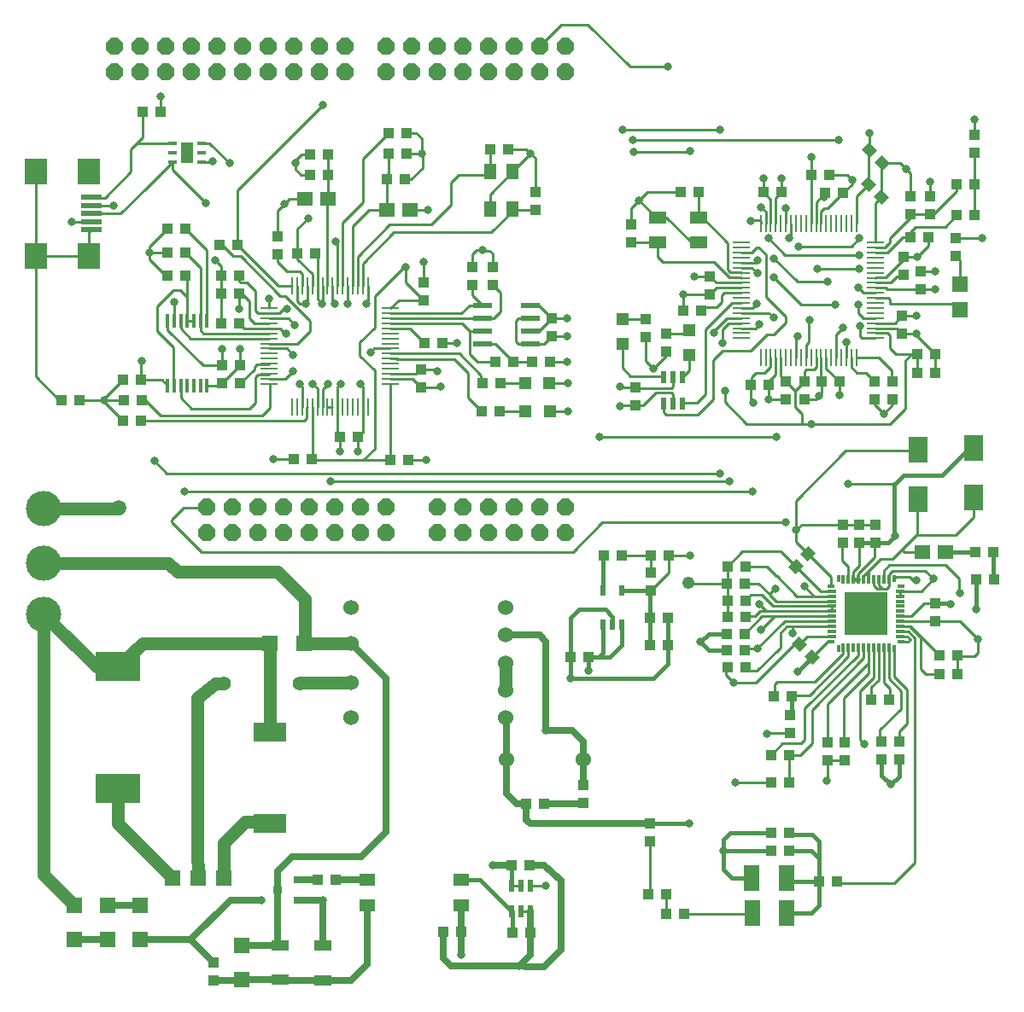
<source format=gbr>
%FSLAX23Y23*%
%MOIN*%
G04 EasyPC Gerber Version 17.0 Build 3379 *
%AMT99*0 Octagon Pad at angle 0*4,1,8,-0.01367,-0.03300,0.01367,-0.03300,0.03300,-0.01367,0.03300,0.01367,0.01367,0.03300,-0.01367,0.03300,-0.03300,0.01367,-0.03300,-0.01367,-0.01367,-0.03300,0*%
%ADD99T99*%
%ADD26R,0.00984X0.06693*%
%ADD70R,0.01100X0.06500*%
%ADD85R,0.01200X0.02600*%
%ADD86R,0.01200X0.03200*%
%ADD76R,0.01457X0.05650*%
%ADD97R,0.02165X0.03937*%
%ADD22R,0.02200X0.05000*%
%ADD20R,0.03937X0.04291*%
%ADD77R,0.04724X0.05118*%
%ADD78R,0.04921X0.06299*%
%ADD74R,0.05100X0.07900*%
%ADD81R,0.06300X0.10200*%
%ADD82R,0.07205X0.10236*%
%ADD72R,0.08661X0.09843*%
%ADD21R,0.06000X0.06000*%
%ADD94R,0.06300X0.06300*%
%ADD87R,0.16500X0.16500*%
%ADD15C,0.01000*%
%ADD27R,0.06693X0.00984*%
%ADD19R,0.06500X0.01100*%
%AMT71*0 Rectangle Pad at angle 45*21,1,0.03937,0.04291,0,0,45*%
%ADD71T71*%
%ADD83R,0.02600X0.01200*%
%ADD84R,0.03200X0.01200*%
%ADD73R,0.03400X0.01600*%
%ADD29R,0.07874X0.01969*%
%ADD75R,0.07800X0.02200*%
%ADD93R,0.03543X0.03150*%
%ADD24R,0.04291X0.03937*%
%ADD79R,0.06693X0.03937*%
%ADD23R,0.05118X0.04724*%
%ADD80R,0.06299X0.04724*%
%ADD25R,0.07087X0.04724*%
%ADD28R,0.06000X0.05500*%
%ADD102C,0.01500*%
%ADD101C,0.02500*%
%ADD103C,0.03150*%
%ADD100C,0.03200*%
%ADD104C,0.04800*%
%ADD105C,0.05000*%
%ADD90C,0.05512*%
%ADD98C,0.05906*%
%ADD88C,0.06000*%
%ADD89C,0.06000*%
%ADD91R,0.12992X0.07480*%
%ADD92R,0.17323X0.11811*%
%ADD95C,0.13780*%
%AMT96*0 Rectangle Pad at angle 135*21,1,0.03937,0.04291,0,0,135*%
%ADD96T96*%
X0Y0D02*
D02*
D15*
X433Y3076D02*
X642D01*
X433Y3407D02*
Y3076D01*
X535Y2514D02*
X524D01*
X433Y2605*
Y2955*
X433Y2955*
Y3076*
X605Y2514D02*
X702D01*
X702Y2514*
X642Y3076D02*
Y3169D01*
X651Y3179*
Y3210D02*
X576D01*
X575Y3209*
X651Y3242D02*
X766D01*
X869Y3344*
Y3344*
X968Y3443*
X651Y3273D02*
X738D01*
X739Y3274*
X651Y3305D02*
Y3304D01*
X703*
X804Y3405*
Y3494*
X775Y2592D02*
X702Y2519D01*
Y2514*
X776Y2434D02*
X702Y2508D01*
Y2514*
X777Y2514D02*
X702D01*
X702Y2514*
X804Y3494D02*
X804D01*
X850Y3539*
X845Y2592D02*
Y2662D01*
X849Y2665*
X845Y2592D02*
X927D01*
X949Y2570*
X846Y2434D02*
X1012D01*
X1012Y2434*
X1482*
X1492Y2444*
Y2487*
X1494Y2488*
X847Y2514D02*
X862D01*
X922Y2454*
X1012*
X1012Y2454*
X1317*
X1347Y2484*
Y2576*
X1346Y2577*
X850Y3639D02*
Y3539D01*
X920Y3639D02*
Y3701D01*
X920Y3701*
X947Y2999D02*
X942D01*
X877Y3064*
Y3089*
X947D02*
X877D01*
X947Y3184D02*
X877Y3114D01*
Y3089*
X949Y2824D02*
Y2788D01*
X1087Y2649*
X1162*
X968Y3443D02*
Y3412D01*
X1098Y3282*
X968Y3517D02*
X827D01*
X804Y3494*
X974Y2896D02*
Y2825D01*
X974Y2824*
X1000Y2570D02*
Y2522D01*
X1042Y2479*
X1267*
X1292Y2504*
Y2604*
X1302Y2614*
X1344*
X1346Y2616*
X1000Y2824D02*
Y2792D01*
X1037Y2754*
X1346*
X1346Y2754*
X1013Y2157D02*
X3232D01*
X1025Y2824D02*
Y2916D01*
X997Y2944*
X972*
X907Y2879*
Y2784*
X972Y2719*
Y2572*
X974Y2570*
X1025Y2824D02*
Y2991D01*
X1017Y2999*
X1051Y2824D02*
X1025D01*
X1077D02*
Y2785D01*
X1087Y2774*
X1340*
X1341Y2774*
X1346*
X1077Y2824D02*
Y3030D01*
X1017Y3089*
X1082Y3443D02*
X1122D01*
X1124Y3445*
X1082Y3517D02*
X1112D01*
X1191Y3439*
X1102Y2570D02*
X1153D01*
X1162Y2579*
X1102Y2824D02*
Y3099D01*
X1017Y3184*
X1133Y3061D02*
X1157Y3037D01*
Y2999*
Y2929D02*
Y2814D01*
Y2929D02*
Y2999D01*
X1162Y2579D02*
X1232Y2649D01*
X1162D02*
Y2714D01*
X1222Y3119D02*
Y3332D01*
X1556Y3666*
X1227Y2869D02*
Y2929D01*
X1237*
X1267Y2899*
Y2834*
X1287Y2814*
X1345*
X1346Y2813*
X1227Y2999D02*
Y2979D01*
X1232Y2974*
X1257*
X1292Y2939*
Y2862*
X1302Y2852*
X1344*
X1344Y2852*
X1346*
X1232Y2579D02*
X1287Y2634D01*
Y2644*
X1297Y2654*
X1345*
X1346Y2656*
X1232Y2714D02*
Y2649D01*
X1346Y2597D02*
X1407D01*
X1439Y2628*
X1346Y2715D02*
X1415D01*
X1439Y2691*
X1346Y2734D02*
X1380D01*
X1380Y2734*
X1455*
X1504Y2783*
Y2824*
X1407Y2921*
X1387*
X1233Y3075*
X1206*
X1161Y3119*
X1152*
X1346Y2793D02*
X1248D01*
X1227Y2814*
X1346Y2793D02*
X1373D01*
X1374Y2794*
X1388*
X1409Y2773*
X1412*
X1346Y2833D02*
X1421D01*
X1446Y2807*
X1346Y2852D02*
X1384D01*
X1398Y2866*
X1408*
X1413Y2871*
X1346Y2872D02*
Y2909D01*
X1345Y2910*
X1362Y2283D02*
X1440D01*
X1379Y3083D02*
Y3053D01*
X1415Y3017*
X1463*
X1474Y3006*
Y2961*
X1474Y2961*
X1379Y3153D02*
Y3254D01*
X1405Y3280*
X1435Y2961D02*
X1381D01*
X1222Y3119*
X1454Y2961D02*
Y2900D01*
X1464Y2891*
X1489*
X1456Y3087D02*
Y3182D01*
X1498Y3223*
X1474Y2488D02*
Y2568D01*
X1464Y2578*
X1484Y3299D02*
X1424D01*
X1405Y3280*
X1494Y2961D02*
Y2896D01*
X1489Y2891*
X1504Y3394D02*
X1469D01*
X1448Y3415*
Y3439*
X1504Y3474D02*
X1470D01*
X1448Y3451*
Y3439*
X1510Y2283D02*
X1513D01*
Y2280*
X1562*
X1562Y2279*
X1712*
X1737Y2304*
X1737*
X1712Y2280*
X1510Y2283D02*
X1514D01*
Y2484*
X1513Y2485*
Y2488*
X1513Y2961D02*
Y3006D01*
X1456Y3063*
Y3087*
X1533Y2488D02*
Y2559D01*
X1514Y2578*
X1533Y2961D02*
Y3080D01*
X1526Y3087*
X1533Y2961D02*
Y2909D01*
X1551Y2891*
X1553Y2488D02*
Y2555D01*
X1576Y2578*
X1553Y2961D02*
Y2892D01*
X1551Y2891*
X1572Y2488D02*
X1592D01*
X1572Y2961D02*
Y3298D01*
X1574Y3299*
Y3394D02*
Y3299D01*
Y3474D02*
Y3394D01*
X1583Y2196D02*
X3140D01*
X1592Y2961D02*
Y2900D01*
X1601Y2891*
X1612Y2488D02*
Y2516D01*
X1612Y2517*
Y2565*
X1626Y2578*
X1612Y2488D02*
Y2380D01*
X1622Y2369*
X1612Y2961D02*
Y3124D01*
X1604Y3132*
X1622Y2369D02*
Y2314D01*
X1631Y2961D02*
Y3205D01*
X1712Y3286*
Y3458*
X1812Y3558*
X1651Y2961D02*
X1651Y2896D01*
Y2891*
X1651Y2891*
X1690Y2961D02*
Y3074D01*
X1816Y3199*
X1979*
X2056Y3275*
Y3362*
X2085Y3392*
X2193*
X2207Y3405*
X1692Y2369D02*
Y2314D01*
X1710Y2488D02*
Y2387D01*
X1692Y2369*
X1710Y2488D02*
Y2568D01*
X1701Y2578*
X1710Y2961D02*
X1710D01*
Y3048*
X1831Y3170*
X2212*
X2213Y3169*
X2212*
X2299Y3253*
X2293*
Y3259*
X1712Y2280D02*
X1757Y2324D01*
Y2629*
X1699Y2688*
Y2739*
X1757Y2798*
Y2919*
X1872Y3034*
X1877*
X1730Y2961D02*
Y2894D01*
X1726Y2891*
X1805Y3375D02*
X1805Y3290D01*
X1806Y3289*
Y3257*
X1736*
X1671Y3192*
Y2962*
X1671Y2961*
Y2961*
X1812Y3478D02*
X1812Y3398D01*
X1805*
Y3375*
X1818Y2281D02*
X1813D01*
Y2280*
X1712*
X1818Y2281D02*
Y2542D01*
X1818Y2542*
Y2577*
Y2596D02*
X1905D01*
X1937Y2564*
X1818Y2616D02*
X1919D01*
X1937Y2634*
X1818Y2675D02*
X1841D01*
X1842Y2674*
X2067*
X2122Y2619*
Y2524*
X2175Y2471*
X1818Y2695D02*
X2087D01*
X2172Y2609*
Y2584*
X2177Y2579*
X1818Y2715D02*
X1755D01*
X1740Y2699*
X1818Y2793D02*
X1895D01*
X1951Y2738*
X1818Y2813D02*
X2099D01*
X2127Y2784*
X1818Y2833D02*
X2177D01*
X2179Y2834*
X1818Y2852D02*
X2095D01*
X2127Y2884*
X2179*
X1875Y3375D02*
X1899D01*
X1943Y3420*
Y3476*
X1942Y3477*
X1877Y3034D02*
Y2974D01*
X1947Y2904*
X1882Y3478D02*
X1882Y3477D01*
X1942*
X1942Y3477*
X1882Y3558D02*
X1919D01*
X1941Y3536*
Y3478*
X1942Y3477*
X1888Y2281D02*
X1957D01*
X1937Y2564D02*
X2012D01*
X2014Y2566*
X1937Y2634D02*
X1995D01*
X2001Y2628*
X1947Y2904D02*
X1851D01*
X1818Y2872*
X1947Y3054D02*
Y2974D01*
X1966Y3257D02*
X1896D01*
X2021Y2738D02*
X2048D01*
Y2736*
X2077*
X2127Y2784D02*
Y2694D01*
X2157Y2664*
X2227*
X2127Y2784D02*
X2179D01*
X2137Y3034D02*
Y3084D01*
X2153Y3100*
X2177*
X2177Y3099*
X2179Y2734D02*
X2227D01*
X2297Y2664*
X2179Y2834D02*
X2222D01*
X2247Y2859*
Y2934*
X2217Y2964*
X2179Y2884D02*
X2177D01*
X2137Y2924*
Y2964*
X2207Y3259D02*
Y3318D01*
X2293Y3405*
X2207Y3493D02*
Y3418D01*
X2207Y3405*
X2217Y3034D02*
Y3085D01*
X2204Y3098*
X2178*
X2177Y3099*
X2245Y2471D02*
X2345D01*
X2247Y2579D02*
X2345D01*
X2277Y3493D02*
X2349D01*
X2365Y3477*
X2293Y3405D02*
X2298D01*
X2305Y3412*
Y3417*
X2365Y3477*
X2297Y2664D02*
X2372D01*
X2329Y618D02*
X2292D01*
X2365Y2734D02*
X2417D01*
X2447Y2764*
X2365Y2784D02*
X2397D01*
X2447Y2834*
X2365D02*
X2317D01*
X2307Y2824*
Y2744*
X2317Y2734*
X2365*
Y2884D02*
X2397D01*
X2447Y2834*
X2366Y516D02*
X2329D01*
X2383Y3257D02*
X2295D01*
X2293Y3259*
X2383Y3327D02*
Y3459D01*
X2365Y3477*
X2424Y617D02*
X2367D01*
X2366Y618*
X2439Y2579D02*
X2512D01*
X2440Y2471D02*
X2512D01*
X2442Y2664D02*
X2507D01*
X2447Y2764D02*
X2507D01*
X2447Y2834D02*
X2507D01*
X2636Y2369D02*
X3324D01*
X2723Y2734D02*
Y2639D01*
X2755Y2607*
X2879*
X2883Y2603*
X2723Y2829D02*
X2815D01*
X2816Y2829*
X2723Y3571D02*
X3105D01*
X2759Y3131D02*
X2859D01*
X2860Y3130*
X2759Y3201D02*
Y3264D01*
X2789Y3294*
X2767Y3484D02*
X2984D01*
X2987Y3486*
X2775Y2492D02*
X2805D01*
X2855Y2542*
X2915*
X2920Y2537*
Y2501*
X2775Y2492D02*
X2715D01*
X2714Y2491*
X2775Y2562D02*
X2717D01*
X2714Y2566*
X2816Y2759D02*
Y2667D01*
X2845Y2637*
X2831Y791D02*
Y589D01*
X2824Y582*
X2833Y1906D02*
X2721D01*
X2720Y1905*
X2833Y1906D02*
Y1839D01*
X2833Y1839*
X2860Y3130D02*
Y3073D01*
X2880Y3052*
X3080*
X3120Y3012*
X3120*
X3140Y2992*
X3188*
X3189Y2991*
X2860Y3225D02*
X2859D01*
X2789Y3294*
X2860Y3225D02*
X2873D01*
X2876Y3227*
X2895*
X2987Y3135*
X3021*
Y3130*
X2883Y2501D02*
Y2466D01*
X2894Y2456*
X3019*
X3079Y2516*
Y2671*
X3114Y2706*
X3224*
X3269Y2751*
Y2751*
X3289Y2771*
X3314*
X3361Y2818*
Y2840*
X3284Y2917*
Y3083*
X3256Y3111*
X3249*
X3228Y3090*
X3189*
X2894Y582D02*
Y507D01*
X2893Y506*
X2895Y2702D02*
Y2687D01*
X2845Y2637*
X2895Y2772D02*
X2973D01*
X2985Y2785*
X2900Y3815D02*
X2753D01*
X2588Y3979*
X2484*
X2400Y3895*
X2903Y1906D02*
Y1839D01*
X2833Y1769*
X2920Y2603D02*
Y2567D01*
X2914Y2561*
X2777*
X2775Y2562*
X2952Y3327D02*
X2822D01*
X2789Y3294*
X2962Y2927D02*
Y2864D01*
X2960Y2862*
X2962Y2927D02*
X3013D01*
Y2927*
X3065*
X2963Y506D02*
X3090D01*
Y506*
X3229*
X3232Y510*
X2985Y2690D02*
Y2631D01*
X2957Y2603*
X2987Y1906D02*
X2962D01*
X2962Y1906*
X2903*
X3005Y2997D02*
X3065D01*
X3021Y3225D02*
X3037D01*
X3134Y3127*
Y3022*
X3144Y3012*
X3188*
X3189Y3011*
X3022Y3327D02*
Y3225D01*
X3021Y3225*
X3030Y2862D02*
Y2877D01*
X3090*
X3110Y2897*
Y2922*
X3120Y2932*
X3189*
X3104Y2227D02*
X945D01*
X897Y2275*
X3132Y1797D02*
X2984D01*
X2982Y1799*
X3133Y1731D02*
Y1796D01*
X3132Y1797*
X3133Y1863D02*
Y1798D01*
X3132Y1797*
X3134Y1666D02*
Y1730D01*
X3133Y1731*
X3159Y1411D02*
X3129Y1441D01*
Y1466*
X3133Y1470*
X3189Y2794D02*
X3243D01*
X3259Y2810*
X3189Y2814D02*
X3137D01*
X3114Y2791*
Y2735*
X3189Y2834D02*
Y2834D01*
X3130*
X3094Y2798*
Y2798*
X3080Y2784*
Y2775*
X3189Y2853D02*
X3295D01*
X3314Y2835*
X3189Y2873D02*
X3231D01*
X3249Y2891*
X3189Y2893D02*
X3151D01*
X3135Y2877*
X3135*
X3048Y2790*
Y2535*
X3015Y2502*
X2958*
X2957Y2501*
X3189Y2952D02*
X3090D01*
X3065Y2927*
X3189Y2972D02*
X3090D01*
X3065Y2997*
X3189Y3031D02*
X3228D01*
X3250Y3010*
X3189Y3050D02*
X3242D01*
X3252Y3061*
X3225Y2572D02*
Y2512D01*
X3234Y2503*
X3252Y1542D02*
X3206D01*
X3201Y1537*
X3263Y3203D02*
Y3214D01*
X3260Y3217*
X3230*
X3225Y3212*
X3273Y3380D02*
Y3325D01*
X3283Y3203D02*
Y3249D01*
X3265Y3267*
X3295Y2517D02*
X3360D01*
X3360Y2517*
X3295Y2572D02*
Y2552D01*
X3295*
Y2517*
X3297Y1755D02*
X3256Y1797D01*
X3202*
X3302Y2681D02*
Y2644D01*
X3279Y2620*
X3245*
X3227Y2603*
Y2574*
X3225Y2572*
X3302Y3203D02*
X3300D01*
Y3298*
X3273Y3325*
X3303Y1019D02*
X3166D01*
X3322Y2681D02*
X3321D01*
Y2613*
X3294Y2585*
X3295*
Y2572*
X3322Y3203D02*
X3320D01*
Y3302*
X3343Y3325*
X3322Y1777D02*
X3319D01*
X3297Y1755*
X3342Y2681D02*
Y2605D01*
X3360Y2587*
X3343Y3380D02*
Y3325D01*
X3361Y2036D02*
X2646D01*
X2530Y1920*
X1081*
X963Y2037*
Y2046*
X1011Y2094*
X1098*
X1100Y2095*
X3361Y3203D02*
Y3261D01*
X3360Y3262*
X3374Y1128D02*
Y1020D01*
X3373Y1019*
X3378Y1214D02*
X3292D01*
X3289Y1211*
X3381Y3203D02*
Y3153D01*
X3375Y3147*
X3388Y1629D02*
Y1603D01*
X3387Y1602*
X3388Y1629D02*
X3366D01*
X3341Y1604*
Y1547*
X3335Y1541*
X3334*
X3248Y1455*
X3218*
X3203Y1470*
X3399Y2546D02*
Y2549D01*
X3360Y2587*
X3400Y1863D02*
Y1864D01*
X3400*
X3342Y1922*
X3192*
X3133Y1863*
X3400Y1863D02*
X3402D01*
X3499Y1766*
X3538*
X3540Y1768*
X3541*
X3401Y2681D02*
Y2757D01*
X3408Y2764*
X3411Y3114D02*
X3617D01*
X3649Y3146*
X3414Y1560D02*
X3393D01*
X3244Y1411*
X3159*
X3423Y2421D02*
X3208D01*
X3124Y2505*
Y2551*
X3423Y2421D02*
Y2461D01*
X3399Y2486*
Y2546*
X3435Y2517D02*
X3478D01*
X3491Y2530*
X3435Y2587D02*
X3399Y2551D01*
Y2546*
X3440Y2681D02*
Y2731D01*
X3451Y2741*
Y2824*
X3453Y2826*
X3449Y1912D02*
X3401Y1961D01*
Y2006*
X3460Y2419D02*
X3437D01*
Y2421*
X3423*
X3460Y3203D02*
Y3293D01*
X3461*
Y3393*
X3461Y3463D02*
Y3393D01*
X3461Y3393*
X3480Y2681D02*
Y2642D01*
X3470Y2632*
X3440*
X3435Y2627*
Y2587*
X3480Y3203D02*
Y3286D01*
X3516Y3322*
X3484Y3026D02*
X3649D01*
X3499Y2681D02*
Y2588D01*
X3500Y2587*
X3499Y3203D02*
Y3251D01*
X3510Y3262*
X3526*
X3586Y3322*
X3500Y2587D02*
Y2540D01*
X3491Y2530*
X3510Y3307D02*
Y3313D01*
X3516*
Y3322*
X3519Y2681D02*
Y2638D01*
X3570Y2587*
X3523Y1108D02*
Y1028D01*
X3521Y1025*
X3523Y1108D02*
X3591D01*
X3592Y1107*
X3523Y2975D02*
X3408D01*
X3315Y3068*
X3531Y3393D02*
X3600D01*
X3620Y3372*
X3538Y1571D02*
X3523D01*
X3463Y1511*
X3538Y1787D02*
Y1824D01*
X3449Y1912*
X3541Y1590D02*
X3443D01*
X3414Y1560*
X3541Y1630D02*
Y1629D01*
X3388*
X3541Y1649D02*
Y1649D01*
X3357*
X3250Y1546*
X3252*
Y1542*
X3541Y1669D02*
X3318D01*
X3264Y1615*
X3541Y1669D02*
X3268D01*
X3200Y1601*
X3541Y1689D02*
X3286D01*
X3257Y1717*
X3541Y1689D02*
Y1689D01*
X3261*
X3242Y1670*
X3208*
X3204Y1666*
X3541Y1709D02*
Y1689D01*
Y1709D02*
Y1710D01*
X3312*
X3269Y1753*
X3225*
X3203Y1731*
X3541Y1728D02*
Y1728D01*
X3323*
X3297Y1754*
Y1755*
X3541Y1748D02*
Y1748D01*
X3404*
X3327Y1825*
X3326*
X3287Y1864*
X3203*
Y1863*
X3541Y1748D02*
X3471D01*
X3433Y1786*
X3554Y2886D02*
X3422D01*
X3315Y2993*
X3558Y2681D02*
Y2770D01*
X3584Y2796*
X3569Y3530D02*
X2763D01*
X3570Y2587D02*
Y2532D01*
X3583Y2028D02*
X3423D01*
X3401Y2006*
X3583Y2028D02*
X3646D01*
X3647Y2027*
X3586Y3322D02*
X3620Y3356D01*
Y3372*
X3586Y1545D02*
Y1524D01*
X3476Y1414*
X3329*
X3318Y1403*
Y1362*
X3313Y1356*
X3599Y2741D02*
Y2717D01*
X3598Y2716*
Y2681*
X3606Y1545D02*
Y1512D01*
X3454Y1361*
X3388*
X3383Y1356*
X3606Y1813D02*
Y1862D01*
X3582Y1886*
Y1957*
X3583Y1958*
X3617Y2681D02*
Y2642D01*
X3639Y2621*
X3674*
X3709Y2586*
X3626Y1813D02*
Y1842D01*
X3649Y1866*
Y1955*
X3647Y1957*
X3637Y2681D02*
Y2681D01*
X3724*
X3774Y2630*
Y2586*
X3779*
X3637Y3203D02*
Y3309D01*
X3683Y3355*
X3645Y1545D02*
Y1518D01*
X3436Y1309*
Y1188*
X3420Y1172*
X3348*
X3304Y1128*
X3645Y1813D02*
Y1836D01*
X3708Y1899*
Y1953*
X3712Y1957*
X3648Y3081D02*
X3359D01*
X3294Y3146*
X3665Y1545D02*
X3665D01*
Y1505*
X3464Y1303*
Y1174*
X3417Y1127*
X3375*
X3374Y1128*
X3665Y1813D02*
Y1828D01*
X3685Y1848*
X3675Y1679D02*
X3669Y1678D01*
X3683Y3355D02*
Y3484D01*
X3689Y3490*
X3685Y1848D02*
X3730Y1893D01*
X3777*
X3813Y1930*
X3685Y1545D02*
X3685D01*
Y1446*
X3589Y1349*
Y1187*
X3592Y1183*
Y1177*
X3685Y1545D02*
Y1486D01*
X3523Y1325*
Y1178*
X3523Y1178*
X3685Y1813D02*
Y1848D01*
X3685Y1848*
X3689Y3490D02*
Y3490D01*
X3688*
X3687Y3555*
X3705Y1545D02*
Y1430D01*
X3652Y1377*
Y1186*
X3667Y1171*
X3705Y1813D02*
X3705D01*
Y1790*
X3718Y1777*
X3737*
X3709Y2516D02*
Y2496D01*
X3744Y2461*
X3711Y2755D02*
X3657D01*
X3650Y2762*
Y2802*
X3711Y2775D02*
X3757D01*
X3767Y2766*
Y2718*
X3791Y2693*
X3874*
Y2693*
X3711Y2794D02*
X3793D01*
X3815Y2772*
X3711Y2814D02*
X3787D01*
X3815Y2842*
X3711Y2834D02*
X3663D01*
X3645Y2852*
Y2887*
X3711Y2912D02*
X3762D01*
X3769Y2906*
Y2891*
X4015*
X4041Y2865*
X3711Y2932D02*
X3664D01*
X3644Y2952*
X3711Y2952D02*
X3750D01*
X3757Y2946*
X3889*
X3711Y2972D02*
X3770D01*
X3795Y2997*
X3815*
X3820Y3002*
X3711Y2991D02*
Y2992D01*
X3750*
X3831Y3073*
X3820*
Y3072*
X3711Y3090D02*
X3758D01*
X3819Y3151*
X3849*
X3711Y3129D02*
Y3284D01*
X3733Y3306*
X3712Y2027D02*
X3647D01*
X3724Y1545D02*
Y1421D01*
X3695Y1392*
Y1347*
X3695Y1347*
Y1344*
X3724Y1813D02*
Y1790D01*
X3737Y1777*
X3733Y3306D02*
Y3434D01*
X3739Y3440*
X3737Y1777D02*
X3755D01*
X3764Y1786*
Y1809*
X3764Y1809*
Y1813*
X3739Y3440D02*
X3808D01*
X3831Y3417*
X3744Y1545D02*
X3744D01*
Y1410*
X3767Y1387*
Y1353*
X3765Y1352*
Y1344*
X3744Y1813D02*
Y1847D01*
X3765Y1869*
X3986*
X4037Y1818*
Y1762*
X4040Y1759*
X3764Y1545D02*
Y1425D01*
X3810Y1378*
Y1307*
X3729Y1226*
Y1185*
X3735Y1179*
X3764Y1813D02*
Y1834D01*
X3777Y1847*
X3906*
X3938Y1815*
X3779Y2516D02*
Y2496D01*
X3744Y2461*
X3783Y1542D02*
Y1434D01*
X3833Y1384*
Y1250*
X3803Y1220*
Y1190*
X3803Y1190*
Y1179*
X3783Y1816D02*
Y1813D01*
X3792Y1823*
X3844*
X3858Y1809*
X3871*
X3785Y2187D02*
X3606D01*
X3809Y1590D02*
Y1591D01*
X3834*
X3847Y1579*
Y1578*
X3838Y1570*
X3810*
X3812Y1571*
X3809Y1610D02*
X3840D01*
X3865Y1584*
Y708*
X3784Y627*
X3568*
X3561Y634*
X3809Y1630D02*
X3848D01*
X3915Y1563*
Y1562*
X3962Y1515*
X3809Y1630D02*
X3846D01*
X3888Y1588*
Y1462*
X3907Y1443*
X3962*
X3809Y1649D02*
X3893D01*
X3893Y1649*
X3925*
X3925Y1649*
X3944*
X3809Y1669D02*
X3850D01*
X3900Y1719*
X3928*
X3928Y1719*
X3944*
X3809Y1768D02*
X3892D01*
X3938Y1815*
X3809Y1768D02*
Y1748D01*
X3813Y1930D02*
X3873Y1989D01*
X3815Y2772D02*
X3870D01*
X3815Y2842D02*
X3870D01*
X3820Y3002D02*
Y3072*
X3875D01*
X3849Y3151D02*
Y3171D01*
X3869Y3191*
X3984*
X4029Y3236*
X3849Y3241D02*
Y3226D01*
X3769Y3146*
Y3131*
X3747Y3109*
X3711*
X3849Y3241D02*
X3924D01*
X3849Y3311D02*
Y3399D01*
X3831Y3417*
X3870Y2772D02*
Y2766D01*
X3944Y2693*
X3873Y1989D02*
Y2121D01*
X3879Y2128*
X3874Y2693D02*
X3853D01*
X3829Y2669*
Y2636*
X3829Y2635*
Y2481*
X3769Y2421*
X3729*
X3727Y2419*
X3460*
X3874Y2693D02*
Y2621D01*
X3874Y2621*
X3879Y2321D02*
Y2316D01*
X3881Y2315*
X3596*
X3401Y2120*
Y2006*
X3889Y2946D02*
X3944D01*
X3889Y3016D02*
X3944D01*
X3896Y1920D02*
X3823D01*
X3813Y1930*
X3919Y3151D02*
Y3116D01*
X3875Y3072*
X3924Y3241D02*
X3939D01*
X4029Y3331*
Y3358*
X3924Y3366D02*
Y3311D01*
X3944Y1649D02*
X4042D01*
X4111Y1581*
X3944Y2693D02*
Y2621D01*
X3944Y2621*
X4024Y3146D02*
X4127D01*
X4127Y3146*
X4032Y1515D02*
Y1443D01*
X4041Y2965D02*
Y3058D01*
X4024Y3076*
X4096Y2132D02*
Y2056D01*
X4025Y1985*
X3876*
X3873Y1989*
X4099Y3551D02*
Y3611D01*
X4099Y3358D02*
Y3354D01*
X4099*
Y3481*
X4099Y3358D02*
Y3297D01*
X4099*
Y3236*
X4111Y1581D02*
Y1525D01*
X4099Y1513*
X4032*
Y1515*
D02*
D19*
X3189Y2755D03*
Y2775D03*
Y2794D03*
Y2814D03*
Y2834D03*
Y2853D03*
Y2873D03*
Y2893D03*
Y2912D03*
Y2932D03*
Y2952D03*
Y2972D03*
Y2991D03*
Y3011D03*
Y3031D03*
Y3050D03*
Y3070D03*
Y3090D03*
Y3109D03*
Y3129D03*
X3711Y2755D03*
Y2775D03*
Y2794D03*
Y2814D03*
Y2834D03*
Y2853D03*
Y2873D03*
Y2893D03*
Y2912D03*
Y2932D03*
Y2952D03*
Y2972D03*
Y2991D03*
Y3011D03*
Y3031D03*
Y3050D03*
Y3070D03*
Y3090D03*
Y3109D03*
Y3129D03*
D02*
D70*
X3263Y2681D03*
Y3203D03*
X3283Y2681D03*
Y3203D03*
X3302Y2681D03*
Y3203D03*
X3322Y2681D03*
Y3203D03*
X3342Y2681D03*
Y3203D03*
X3361Y2681D03*
Y3203D03*
X3381Y2681D03*
Y3203D03*
X3401Y2681D03*
Y3203D03*
X3420Y2681D03*
Y3203D03*
X3440Y2681D03*
Y3203D03*
X3460Y2681D03*
Y3203D03*
X3480Y2681D03*
Y3203D03*
X3499Y2681D03*
Y3203D03*
X3519Y2681D03*
Y3203D03*
X3539Y2681D03*
Y3203D03*
X3558Y2681D03*
Y3203D03*
X3578Y2681D03*
Y3203D03*
X3598Y2681D03*
Y3203D03*
X3617Y2681D03*
Y3203D03*
X3637Y2681D03*
Y3203D03*
D02*
D71*
X3414Y1560D03*
X3463Y1511D03*
X3683Y3355D03*
X3689Y3490D03*
X3733Y3306D03*
X3739Y3440D03*
D02*
D20*
X1129Y246D03*
Y316D03*
X1379Y3083D03*
Y3153D03*
X1937Y2564D03*
Y2634D03*
X1947Y2904D03*
Y2974D03*
X2137Y2964D03*
Y3034D03*
X2217Y2964D03*
Y3034D03*
X2383Y3257D03*
Y3327D03*
X2447Y2764D03*
Y2834D03*
X2572Y939D03*
Y1009D03*
X2759Y3131D03*
Y3201D03*
X2775Y2492D03*
Y2562D03*
X2816Y2759D03*
Y2829D03*
X2831Y791D03*
Y861D03*
X2833Y1769D03*
Y1839D03*
X2895Y2702D03*
Y2772D03*
X3065Y2927D03*
Y2997D03*
X3360Y2517D03*
Y2587D03*
X3378Y1214D03*
Y1284D03*
X3435Y2517D03*
Y2587D03*
X3523Y1108D03*
Y1178D03*
X3583Y1958D03*
Y2028D03*
X3592Y1107D03*
Y1177D03*
X3647Y1957D03*
Y2027D03*
X3709Y2516D03*
Y2586D03*
X3712Y1957D03*
Y2027D03*
X3735Y1109D03*
Y1179D03*
X3779Y2516D03*
Y2586D03*
X3803Y1109D03*
Y1179D03*
X3815Y2772D03*
Y2842D03*
X3820Y3002D03*
Y3072D03*
X3849Y3241D03*
Y3311D03*
X3889Y2946D03*
Y3016D03*
X3924Y3241D03*
Y3311D03*
X3944Y1649D03*
Y1719D03*
X4024Y3076D03*
Y3146D03*
X4099Y3481D03*
Y3551D03*
D02*
D21*
X968Y646D03*
X1068D03*
X1168D03*
X4041Y2865D03*
Y2965D03*
D02*
D22*
X2292Y516D03*
Y618D03*
X2329Y516D03*
Y618D03*
X2366Y516D03*
Y618D03*
X2883Y2501D03*
Y2603D03*
X2920Y2501D03*
Y2603D03*
X2957Y2501D03*
Y2603D03*
D02*
D23*
X2723Y2734D03*
Y2829D03*
X2985Y2690D03*
Y2785D03*
D02*
D24*
X535Y2514D03*
X605D03*
X775Y2592D03*
X776Y2434D03*
X777Y2514D03*
X845Y2592D03*
X846Y2434D03*
X847Y2514D03*
X850Y3639D03*
X920D03*
X947Y2999D03*
Y3089D03*
Y3184D03*
X1017Y2999D03*
Y3089D03*
Y3184D03*
X1152Y3119D03*
X1157Y2814D03*
Y2929D03*
Y2999D03*
X1162Y2579D03*
Y2649D03*
X1222Y3119D03*
X1227Y2814D03*
Y2929D03*
Y2999D03*
X1232Y2579D03*
Y2649D03*
X1440Y2283D03*
X1456Y3087D03*
X1504Y3394D03*
Y3474D03*
X1510Y2283D03*
X1526Y3087D03*
X1533Y640D03*
X1574Y3394D03*
Y3474D03*
X1603Y640D03*
X1622Y2369D03*
X1692D03*
X1805Y3375D03*
X1812Y3478D03*
Y3558D03*
X1818Y2281D03*
X1875Y3375D03*
X1882Y3478D03*
Y3558D03*
X1888Y2281D03*
X1951Y2738D03*
X2021D03*
X2025Y436D03*
X2095D03*
X2175Y2471D03*
X2177Y2579D03*
X2207Y3493D03*
X2227Y2664D03*
X2245Y2471D03*
X2247Y2579D03*
X2277Y3493D03*
X2291Y695D03*
X2293Y432D03*
X2297Y2664D03*
X2349Y937D03*
X2361Y695D03*
X2363Y432D03*
X2372Y2664D03*
X2419Y937D03*
X2442Y2664D03*
X2520Y1511D03*
X2590D03*
X2650Y1905D03*
X2720D03*
X2824Y582D03*
X2832Y1557D03*
Y1664D03*
X2833Y1906D03*
X2893Y506D03*
X2894Y582D03*
X2902Y1557D03*
Y1664D03*
X2903Y1906D03*
X2952Y3327D03*
X2960Y2862D03*
X2963Y506D03*
X3022Y3327D03*
X3030Y2862D03*
X3130Y1601D03*
X3131Y1537D03*
X3132Y1797D03*
X3133Y1470D03*
Y1731D03*
Y1863D03*
X3134Y1666D03*
X3200Y1601D03*
X3201Y1537D03*
X3202Y1797D03*
X3203Y1470D03*
Y1731D03*
Y1863D03*
X3204Y1666D03*
X3225Y2572D03*
X3273Y3325D03*
X3295Y2572D03*
X3303Y1019D03*
X3304Y1128D03*
X3304Y824D03*
X3304Y752D03*
X3313Y1356D03*
X3343Y3325D03*
X3373Y1019D03*
X3374Y1128D03*
X3374Y824D03*
X3374Y752D03*
X3383Y1356D03*
X3461Y3393D03*
X3491Y634D03*
X3500Y2587D03*
X3516Y3322D03*
X3531Y3393D03*
X3561Y634D03*
X3570Y2587D03*
X3586Y3322D03*
X3695Y1344D03*
X3765D03*
X3849Y3151D03*
X3874Y2621D03*
X3874Y2693D03*
X3919Y3151D03*
X3944Y2621D03*
X3944Y2693D03*
X3962Y1443D03*
Y1515D03*
X4029Y3358D03*
X4029Y3236D03*
X4032Y1443D03*
Y1515D03*
X4099Y3358D03*
X4099Y3236D03*
X4102Y1919D03*
X4105Y1813D03*
X4172Y1919D03*
X4175Y1813D03*
D02*
D25*
X2860Y3130D03*
Y3225D03*
X3021Y3130D03*
Y3225D03*
D02*
D26*
X1435Y2488D03*
Y2961D03*
X1454Y2488D03*
Y2961D03*
X1474Y2488D03*
Y2961D03*
X1494Y2488D03*
Y2961D03*
X1513Y2488D03*
X1513Y2961D03*
X1533Y2488D03*
Y2961D03*
X1553Y2488D03*
Y2961D03*
X1572Y2488D03*
Y2961D03*
X1592Y2488D03*
Y2961D03*
X1612Y2488D03*
Y2961D03*
X1631Y2488D03*
Y2961D03*
X1651Y2488D03*
Y2961D03*
X1671Y2488D03*
Y2961D03*
X1690Y2488D03*
Y2961D03*
X1710Y2488D03*
Y2961D03*
X1730Y2488D03*
Y2961D03*
D02*
D27*
X1346Y2577D03*
Y2597D03*
Y2616D03*
Y2636D03*
Y2656D03*
Y2675D03*
Y2695D03*
Y2715D03*
Y2734D03*
Y2754D03*
Y2774D03*
Y2793D03*
Y2813D03*
Y2833D03*
Y2852D03*
Y2872D03*
X1818Y2577D03*
Y2596D03*
Y2616D03*
Y2636D03*
Y2655D03*
Y2675D03*
Y2695D03*
Y2715D03*
Y2734D03*
Y2754D03*
Y2774D03*
Y2793D03*
Y2813D03*
Y2833D03*
Y2852D03*
Y2872D03*
D02*
D28*
X1484Y3299D03*
X1574D03*
X1806Y3257D03*
X1896D03*
X3896Y1920D03*
X3986D03*
D02*
D29*
X651Y3179D03*
Y3210D03*
Y3242D03*
Y3273D03*
Y3305D03*
D02*
D72*
X433Y3076D03*
Y3407D03*
X642Y3076D03*
Y3407D03*
D02*
D73*
X968Y3443D03*
Y3480D03*
Y3517D03*
X1082Y3443D03*
Y3480D03*
Y3517D03*
D02*
D74*
X1025Y3480D03*
D02*
D75*
X2179Y2734D03*
Y2784D03*
Y2834D03*
Y2884D03*
X2365Y2734D03*
Y2784D03*
Y2834D03*
Y2884D03*
D02*
D76*
X949Y2570D03*
Y2824D03*
X974Y2570D03*
Y2824D03*
X1000Y2570D03*
Y2824D03*
X1025Y2570D03*
Y2824D03*
X1051Y2570D03*
Y2824D03*
X1077Y2570D03*
Y2824D03*
X1102Y2570D03*
Y2824D03*
D02*
D77*
X2345Y2579D03*
X2345Y2471D03*
X2439Y2579D03*
X2440Y2471D03*
D02*
D78*
X2207Y3259D03*
Y3405D03*
X2293Y3259D03*
Y3405D03*
D02*
D79*
X1389Y249D03*
Y383D03*
X1554Y248D03*
Y382D03*
D02*
D80*
X1727Y539D03*
Y639D03*
X2093Y539D03*
Y639D03*
D02*
D81*
X3229Y648D03*
X3232Y510D03*
X3363Y648D03*
X3366Y510D03*
D02*
D82*
X3879Y2128D03*
Y2321D03*
X4096Y2132D03*
Y2325D03*
D02*
D83*
X3538Y1571D03*
Y1787D03*
X3812Y1571D03*
Y1787D03*
D02*
D84*
X3541Y1590D03*
Y1610D03*
Y1630D03*
Y1649D03*
Y1669D03*
Y1689D03*
Y1709D03*
Y1728D03*
Y1748D03*
Y1768D03*
X3809Y1590D03*
Y1610D03*
Y1630D03*
Y1649D03*
Y1669D03*
Y1689D03*
Y1709D03*
Y1728D03*
Y1748D03*
Y1768D03*
D02*
D85*
X3567Y1542D03*
Y1816D03*
X3783Y1542D03*
Y1816D03*
D02*
D86*
X3586Y1545D03*
Y1813D03*
X3606Y1545D03*
Y1813D03*
X3626Y1545D03*
Y1813D03*
X3645Y1545D03*
Y1813D03*
X3665Y1545D03*
Y1813D03*
X3685Y1545D03*
Y1813D03*
X3705Y1545D03*
Y1813D03*
X3724Y1545D03*
Y1813D03*
X3744Y1545D03*
Y1813D03*
X3764Y1545D03*
Y1813D03*
D02*
D87*
X3675Y1679D03*
D02*
D88*
X1664Y1274D03*
X1664Y1411D03*
Y1702D03*
X1664Y1564D03*
X2268Y1381D03*
Y1488D03*
Y1702D03*
X2268Y1595D03*
X2268Y1274D03*
D02*
D89*
X2271Y1111D03*
X2571D03*
D02*
D90*
X1168Y1407D03*
X1463D03*
D02*
D91*
X1348Y859D03*
Y1218D03*
D02*
D92*
X753Y995D03*
Y1472D03*
D02*
D93*
X1377Y600D03*
X1457Y560D03*
Y640D03*
D02*
D94*
X584Y405D03*
Y539D03*
X714Y405D03*
Y539D03*
X842Y405D03*
Y539D03*
X1239Y249D03*
Y383D03*
X1347Y1562D03*
X1481D03*
D02*
D95*
X464Y1678D03*
Y1878D03*
Y2091D03*
D02*
D96*
X3400Y1863D03*
X3449Y1912D03*
D02*
D97*
X2647Y1635D03*
Y1769D03*
X2685Y1635D03*
X2722D03*
Y1769D03*
D02*
D98*
X759Y2092D03*
D02*
D99*
X740Y3795D03*
Y3895D03*
X840Y3795D03*
Y3895D03*
X940Y3795D03*
Y3895D03*
X1040Y3795D03*
Y3895D03*
X1100Y1995D03*
Y2095D03*
X1140Y3795D03*
Y3895D03*
X1200Y1995D03*
Y2095D03*
X1240Y3795D03*
Y3895D03*
X1300Y1995D03*
Y2095D03*
X1340Y3795D03*
Y3895D03*
X1400Y1995D03*
Y2095D03*
X1440Y3795D03*
Y3895D03*
X1500Y1995D03*
Y2095D03*
X1540Y3795D03*
Y3895D03*
X1600Y1995D03*
Y2095D03*
X1640Y3795D03*
Y3895D03*
X1700Y1995D03*
Y2095D03*
X1800Y1995D03*
Y2095D03*
Y3795D03*
Y3895D03*
X1900Y3795D03*
Y3895D03*
X2000Y1995D03*
Y2095D03*
Y3795D03*
Y3895D03*
X2100Y1995D03*
Y2095D03*
Y3795D03*
Y3895D03*
X2200Y1995D03*
Y2095D03*
Y3795D03*
Y3895D03*
X2300Y1995D03*
Y2095D03*
Y3795D03*
Y3895D03*
X2400Y1995D03*
Y2095D03*
Y3795D03*
Y3895D03*
X2500Y1995D03*
Y2095D03*
Y3795D03*
Y3895D03*
D02*
D100*
X575Y3209D03*
X702Y2514D03*
X739Y3274D03*
X849Y2665D03*
X877Y3089D03*
X897Y2275D03*
X920Y3701D03*
X974Y2896D03*
X1013Y2157D03*
X1098Y3282D03*
X1124Y3445D03*
X1133Y3061D03*
X1162Y2714D03*
X1191Y3439D03*
X1227Y2869D03*
X1232Y2714D03*
X1314Y561D03*
X1345Y2910D03*
X1362Y2283D03*
X1405Y3280D03*
X1412Y2773D03*
X1413Y2871D03*
X1439Y2628D03*
Y2691D03*
X1446Y2807D03*
X1448Y3439D03*
X1464Y2578D03*
X1489Y2891D03*
X1498Y3223D03*
X1514Y2578D03*
X1551Y2891D03*
X1554Y561D03*
X1556Y3666D03*
X1576Y2578D03*
X1583Y2196D03*
X1601Y2891D03*
X1604Y3132D03*
X1622Y2314D03*
X1626Y2578D03*
X1651Y2891D03*
X1692Y2314D03*
X1701Y2578D03*
X1726Y2891D03*
X1740Y2699D03*
X1877Y3034D03*
X1942Y3477D03*
X1947Y3054D03*
X1957Y2281D03*
X1966Y3257D03*
X2001Y2628D03*
X2014Y2566D03*
X2077Y2736D03*
X2177Y3099D03*
X2320Y303D03*
X2365Y3477D03*
X2424Y617D03*
X2425Y1222D03*
X2507Y2664D03*
Y2764D03*
Y2834D03*
X2512Y2579D03*
X2512Y2471D03*
X2521Y1425D03*
X2636Y2369D03*
X2714Y2491D03*
Y2566D03*
X2723Y3571D03*
X2763Y3530D03*
X2767Y3484D03*
X2789Y3294D03*
X2845Y2637D03*
X2900Y3815D03*
X2962Y2927D03*
X2983Y861D03*
X2987Y1906D03*
Y3486D03*
X3005Y2997D03*
X3029Y1571D03*
X3030Y2862D03*
X3080Y2775D03*
X3104Y2227D03*
X3105Y3571D03*
X3114Y2735D03*
X3118Y752D03*
X3124Y2551D03*
X3140Y2196D03*
X3159Y1411D03*
X3166Y1019D03*
X3225Y3212D03*
X3232Y2157D03*
X3234Y2503D03*
X3249Y2891D03*
X3250Y3010D03*
X3252Y1542D03*
Y3061D03*
X3257Y1717D03*
X3259Y2810D03*
X3264Y1615D03*
X3265Y3267D03*
X3273Y3380D03*
X3289Y1211D03*
X3294Y3146D03*
X3295Y2517D03*
X3314Y2835D03*
X3315Y2993D03*
Y3068D03*
X3322Y1777D03*
X3324Y2369D03*
X3343Y3380D03*
X3360Y3262D03*
X3361Y2036D03*
X3375Y3147D03*
X3387Y1602D03*
X3401Y2006D03*
X3407Y1453D03*
X3408Y2764D03*
X3411Y3114D03*
X3433Y1786D03*
X3453Y2826D03*
X3460Y2419D03*
X3461Y3463D03*
X3484Y3026D03*
X3491Y2530D03*
X3510Y3307D03*
X3521Y1025D03*
X3523Y2975D03*
X3554Y2886D03*
X3569Y3530D03*
X3570Y2532D03*
X3584Y2796D03*
X3599Y2741D03*
X3606Y2187D03*
X3620Y3372D03*
X3644Y2952D03*
X3645Y2887D03*
X3648Y3081D03*
X3649Y3026D03*
Y3146D03*
X3650Y2802D03*
X3667Y1171D03*
X3669Y1678D03*
X3687Y3555D03*
X3744Y2461D03*
X3772Y1012D03*
X3787Y1983D03*
X3820Y3002D03*
X3831Y3417D03*
X3870Y2772D03*
Y2842D03*
X3871Y1809D03*
X3875Y3072D03*
X3924Y3366D03*
X3938Y1815D03*
X3944Y2946D03*
Y3016D03*
X4040Y1759D03*
X4099Y3611D03*
X4105Y1697D03*
X4111Y1581D03*
X4127Y3146D03*
D02*
D101*
X584Y405D02*
X714Y405D01*
Y539D02*
X842D01*
X842Y539*
Y405D02*
X1038D01*
X1039*
X1129Y316*
Y246D02*
X1236D01*
X1239Y249*
Y383D02*
X1389D01*
X1389Y383*
X1314Y561D02*
X1194D01*
X1038Y405*
X1377Y600D02*
Y672D01*
X1435Y731*
X1706*
X1802Y827*
Y1426*
X1664Y1564*
X1377Y600D02*
Y395D01*
X1389Y383*
Y249D02*
X1270D01*
X1239Y249*
X1457Y560D02*
X1552D01*
X1554Y561*
X1533Y640D02*
X1496D01*
Y640*
X1457*
X1554Y248D02*
X1666D01*
X1729Y311*
Y537*
X1727Y539*
X1554Y248D02*
X1427D01*
X1389Y249*
X1554Y382D02*
Y561D01*
X1554Y561*
X1603Y640D02*
X1726D01*
X1727Y639*
X2025Y436D02*
Y333D01*
X2056Y303*
X2304Y303*
X2304Y303*
X2320Y303*
X2095Y436D02*
Y349D01*
X2095Y348*
X2095Y436D02*
Y537D01*
X2093Y539*
X2219Y695D02*
X2291D01*
X2268Y1595D02*
X2401D01*
X2425Y1571*
Y1222*
X2271Y1111D02*
Y1272D01*
X2268Y1274*
X2349Y937D02*
Y874D01*
X2363Y861*
X2772*
X2772Y861*
X2831*
X2349Y937D02*
X2311D01*
X2270Y978*
Y1041*
X2271Y1042*
Y1111*
X2361Y695D02*
X2417D01*
X2485Y636*
Y368*
X2418Y301*
X2344*
X2344Y302*
X2319*
X2320Y303*
X2363Y432D02*
Y346D01*
X2320Y303*
X2366Y516D02*
Y436D01*
X2363Y432*
X2419Y937D02*
X2570D01*
X2572Y939*
X2571Y1111D02*
Y1180D01*
X2529Y1222*
X2425*
X2571Y1111D02*
Y1012D01*
D02*
D102*
X2291Y695D02*
Y619D01*
X2292Y618*
Y516D02*
X2169Y639D01*
X2093*
X2293Y432D02*
Y516D01*
X2292Y516*
X2520Y1511D02*
Y1510D01*
X2520*
Y1662*
X2553Y1696*
X2657*
X2685Y1668*
Y1635*
X2520Y1511D02*
Y1426D01*
X2521Y1425*
X2571Y1012D02*
X2572Y1009D01*
X2590Y1511D02*
Y1458D01*
X2590Y1458*
X2630Y1510D02*
X2588D01*
X2589Y1511*
X2590*
X2647Y1635D02*
Y1527D01*
X2630Y1510*
X2647Y1769D02*
Y1903D01*
X2650Y1905*
X2722Y1635D02*
Y1558D01*
X2673Y1510*
X2630*
X2630Y1510*
X2722Y1769D02*
X2833D01*
X2833Y1769*
X2831Y861D02*
X2983D01*
X2983Y861*
X2832Y1557D02*
Y1664D01*
X2833Y1769D02*
Y1769D01*
X2832*
Y1664*
X2902Y1557D02*
Y1483D01*
X2844Y1425*
X2521*
X2902Y1664D02*
Y1557D01*
X3130Y1601D02*
X3060D01*
X3029Y1571*
X3131Y1537D02*
X3062D01*
X3029Y1571*
X3229Y648D02*
X3150D01*
X3117Y681*
X3118*
X3118Y752*
X3304Y824D02*
X3146Y824D01*
X3118Y796*
X3118Y752*
X3304Y752D02*
X3119D01*
X3118Y752*
X3383Y1356D02*
Y1288D01*
X3378Y1284*
X3463Y1511D02*
X3458D01*
Y1501*
X3442Y1487*
X3442*
X3407Y1453*
X3491Y634D02*
X3491Y724D01*
X3461Y754*
X3376*
X3374Y752*
X3491Y634D02*
Y791D01*
X3464Y818*
X3380Y818*
X3374Y824*
X3491Y634D02*
Y539D01*
X3462Y510*
X3366*
X3491Y634D02*
X3378D01*
X3363Y648*
X3626Y1813D02*
X3645D01*
X3712Y1957D02*
X3647D01*
X3712D02*
X3761D01*
X3787Y1983*
X3735Y1109D02*
Y1048D01*
X3772Y1012*
X3785Y2187D02*
Y1985D01*
X3787Y1983*
X3803Y1109D02*
Y1043D01*
X3772Y1012*
X3944Y1719D02*
X4004D01*
X4005Y1718*
X3986Y1920D02*
X4101D01*
X4102Y1919*
X4096Y2325D02*
X4077D01*
X3972Y2220*
X3820*
X3788Y2188*
X3785*
Y2187*
X4105Y1813D02*
Y1697D01*
X4105Y1697*
X4172Y1919D02*
Y1815D01*
X4175Y1813*
D02*
D103*
X2095Y348D03*
X2219Y695D03*
X2590Y1458D03*
X4005Y1718D03*
D02*
D104*
X2982Y1799D03*
D02*
D105*
X464Y1878D02*
X951D01*
X987Y1843*
X1379*
X1484Y1738*
Y1565*
X1481Y1562*
X584Y539D02*
X464Y660D01*
Y1678*
X753Y995D02*
Y861D01*
X968Y646*
X753Y1472D02*
X670D01*
X464Y1678*
X759Y2092D02*
Y2091D01*
X464*
X1168Y1407D02*
X1136D01*
X1066Y1350*
Y762*
X1068Y646*
X1168D02*
Y782D01*
X1252Y866*
X1342*
X1348Y859*
X1347Y1562D02*
X852D01*
X753Y1472*
X1348Y1218D02*
X1321Y1218D01*
Y1223*
X1318*
X1314Y1226*
X1343*
X1345Y1224*
X1344*
X1345Y1222*
X1347Y1224*
X1348Y1250*
Y1497*
X1347Y1497*
Y1562*
X1664Y1411D02*
X1468Y1411D01*
X1467*
X1463Y1407*
X1664Y1564D02*
X1489D01*
X1481Y1562*
X2268Y1381D02*
Y1488D01*
X0Y0D02*
M02*

</source>
